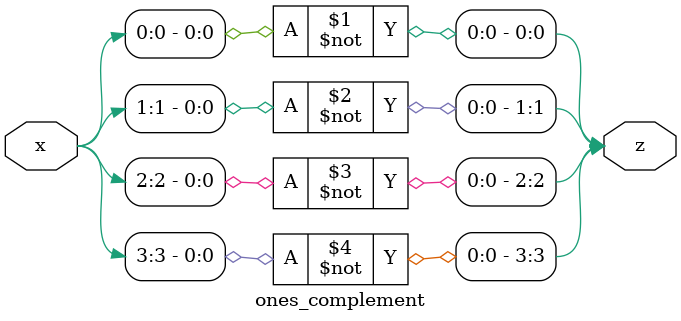
<source format=v>
module ones_complement(
    input [3:0] x,
    output [3:0] z
);
       generate
genvar k;
for(k=0;k<4;k=k+1)
begin 
assign z[k]=~x[k];
end
endgenerate
endmodule

</source>
